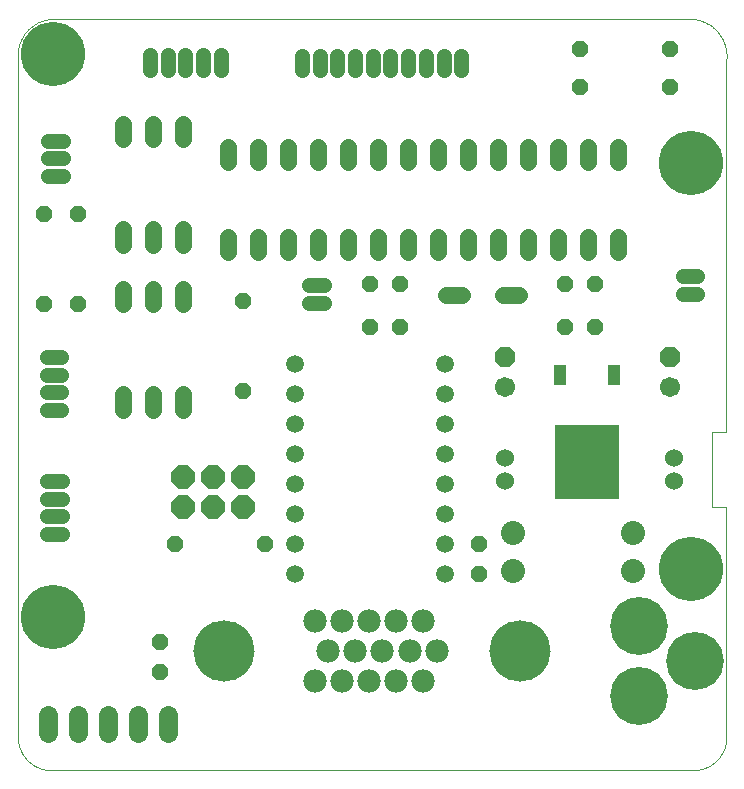
<source format=gts>
G75*
%MOIN*%
%OFA0B0*%
%FSLAX25Y25*%
%IPPOS*%
%LPD*%
%AMOC8*
5,1,8,0,0,1.08239X$1,22.5*
%
%ADD10C,0.00000*%
%ADD11C,0.07800*%
%ADD12C,0.20400*%
%ADD13C,0.08000*%
%ADD14OC8,0.05600*%
%ADD15C,0.19298*%
%ADD16C,0.05943*%
%ADD17OC8,0.06700*%
%ADD18C,0.06700*%
%ADD19C,0.05600*%
%ADD20C,0.05156*%
%ADD21C,0.21400*%
%ADD22OC8,0.07800*%
%ADD23C,0.06000*%
%ADD24R,0.21660X0.24809*%
%ADD25R,0.04337X0.06699*%
%ADD26C,0.06400*%
%ADD27R,0.18400X0.18400*%
D10*
X0032936Y0031270D02*
X0246885Y0031270D01*
X0247154Y0031273D01*
X0247423Y0031283D01*
X0247692Y0031299D01*
X0247960Y0031322D01*
X0248227Y0031351D01*
X0248494Y0031387D01*
X0248760Y0031429D01*
X0249025Y0031477D01*
X0249288Y0031532D01*
X0249550Y0031594D01*
X0249811Y0031661D01*
X0250069Y0031735D01*
X0250326Y0031815D01*
X0250581Y0031901D01*
X0250834Y0031994D01*
X0251084Y0032092D01*
X0251332Y0032197D01*
X0251578Y0032307D01*
X0251820Y0032423D01*
X0252060Y0032546D01*
X0252297Y0032673D01*
X0252531Y0032807D01*
X0252761Y0032946D01*
X0252988Y0033091D01*
X0253211Y0033241D01*
X0253431Y0033397D01*
X0253646Y0033558D01*
X0253858Y0033724D01*
X0254066Y0033895D01*
X0254270Y0034071D01*
X0254469Y0034251D01*
X0254664Y0034437D01*
X0254854Y0034627D01*
X0255040Y0034822D01*
X0255220Y0035021D01*
X0255396Y0035225D01*
X0255567Y0035433D01*
X0255733Y0035645D01*
X0255894Y0035860D01*
X0256050Y0036080D01*
X0256200Y0036303D01*
X0256345Y0036530D01*
X0256484Y0036760D01*
X0256618Y0036994D01*
X0256745Y0037231D01*
X0256868Y0037471D01*
X0256984Y0037713D01*
X0257094Y0037959D01*
X0257199Y0038207D01*
X0257297Y0038457D01*
X0257390Y0038710D01*
X0257476Y0038965D01*
X0257556Y0039222D01*
X0257630Y0039480D01*
X0257697Y0039741D01*
X0257759Y0040003D01*
X0257814Y0040266D01*
X0257862Y0040531D01*
X0257904Y0040797D01*
X0257940Y0041064D01*
X0257969Y0041331D01*
X0257992Y0041599D01*
X0258008Y0041868D01*
X0258018Y0042137D01*
X0258021Y0042406D01*
X0258020Y0042406D02*
X0258020Y0119115D01*
X0253099Y0119115D01*
X0253099Y0144080D01*
X0258020Y0144080D01*
X0258020Y0268166D01*
X0258045Y0268464D01*
X0258063Y0268762D01*
X0258074Y0269061D01*
X0258077Y0269360D01*
X0258073Y0269659D01*
X0258062Y0269958D01*
X0258044Y0270256D01*
X0258018Y0270554D01*
X0257985Y0270851D01*
X0257945Y0271148D01*
X0257898Y0271443D01*
X0257844Y0271737D01*
X0257783Y0272030D01*
X0257714Y0272321D01*
X0257639Y0272610D01*
X0257557Y0272898D01*
X0257467Y0273183D01*
X0257371Y0273466D01*
X0257268Y0273747D01*
X0257159Y0274025D01*
X0257042Y0274300D01*
X0256919Y0274573D01*
X0256790Y0274842D01*
X0256654Y0275109D01*
X0256511Y0275372D01*
X0256362Y0275631D01*
X0256208Y0275887D01*
X0256046Y0276139D01*
X0255879Y0276386D01*
X0255706Y0276630D01*
X0255527Y0276870D01*
X0255343Y0277105D01*
X0255152Y0277336D01*
X0254957Y0277562D01*
X0254755Y0277783D01*
X0254549Y0277999D01*
X0254337Y0278210D01*
X0254121Y0278416D01*
X0253899Y0278617D01*
X0253673Y0278812D01*
X0253442Y0279002D01*
X0253206Y0279186D01*
X0252966Y0279365D01*
X0252722Y0279537D01*
X0252474Y0279704D01*
X0252221Y0279864D01*
X0251965Y0280019D01*
X0251706Y0280167D01*
X0251442Y0280309D01*
X0251176Y0280444D01*
X0250906Y0280573D01*
X0250633Y0280696D01*
X0250358Y0280812D01*
X0250079Y0280921D01*
X0249798Y0281023D01*
X0249515Y0281118D01*
X0249229Y0281207D01*
X0248942Y0281289D01*
X0248652Y0281364D01*
X0248361Y0281431D01*
X0248068Y0281492D01*
X0247774Y0281546D01*
X0247479Y0281592D01*
X0247182Y0281631D01*
X0246885Y0281663D01*
X0246885Y0281664D02*
X0033374Y0281664D01*
X0033085Y0281651D01*
X0032797Y0281631D01*
X0032508Y0281604D01*
X0032221Y0281570D01*
X0031935Y0281529D01*
X0031649Y0281481D01*
X0031365Y0281426D01*
X0031082Y0281365D01*
X0030801Y0281297D01*
X0030522Y0281222D01*
X0030244Y0281140D01*
X0029969Y0281051D01*
X0029695Y0280956D01*
X0029425Y0280854D01*
X0029156Y0280746D01*
X0028890Y0280632D01*
X0028628Y0280511D01*
X0028368Y0280383D01*
X0028111Y0280250D01*
X0027858Y0280110D01*
X0027608Y0279964D01*
X0027362Y0279812D01*
X0027119Y0279654D01*
X0026880Y0279491D01*
X0026646Y0279321D01*
X0026415Y0279147D01*
X0026189Y0278966D01*
X0025967Y0278780D01*
X0025750Y0278589D01*
X0025537Y0278393D01*
X0025330Y0278191D01*
X0025127Y0277985D01*
X0024929Y0277774D01*
X0024736Y0277558D01*
X0024549Y0277337D01*
X0024367Y0277112D01*
X0024191Y0276883D01*
X0024020Y0276649D01*
X0023855Y0276412D01*
X0023695Y0276170D01*
X0023542Y0275925D01*
X0023394Y0275676D01*
X0023253Y0275424D01*
X0023117Y0275168D01*
X0022988Y0274909D01*
X0022866Y0274647D01*
X0022749Y0274382D01*
X0022639Y0274114D01*
X0022536Y0273844D01*
X0022439Y0273572D01*
X0022348Y0273297D01*
X0022265Y0273020D01*
X0022188Y0272741D01*
X0022117Y0272460D01*
X0022054Y0272178D01*
X0021997Y0271894D01*
X0021948Y0271609D01*
X0021905Y0271323D01*
X0021869Y0271036D01*
X0021840Y0270748D01*
X0021818Y0270459D01*
X0021803Y0270170D01*
X0021795Y0269881D01*
X0021794Y0269592D01*
X0021800Y0269302D01*
X0021800Y0042406D01*
X0021803Y0042137D01*
X0021813Y0041868D01*
X0021829Y0041599D01*
X0021852Y0041331D01*
X0021881Y0041064D01*
X0021917Y0040797D01*
X0021959Y0040531D01*
X0022007Y0040266D01*
X0022062Y0040003D01*
X0022124Y0039741D01*
X0022191Y0039480D01*
X0022265Y0039222D01*
X0022345Y0038965D01*
X0022431Y0038710D01*
X0022524Y0038457D01*
X0022622Y0038207D01*
X0022727Y0037959D01*
X0022837Y0037713D01*
X0022953Y0037471D01*
X0023076Y0037231D01*
X0023203Y0036994D01*
X0023337Y0036760D01*
X0023476Y0036530D01*
X0023621Y0036303D01*
X0023771Y0036080D01*
X0023927Y0035860D01*
X0024088Y0035645D01*
X0024254Y0035433D01*
X0024425Y0035225D01*
X0024601Y0035021D01*
X0024781Y0034822D01*
X0024967Y0034627D01*
X0025157Y0034437D01*
X0025352Y0034251D01*
X0025551Y0034071D01*
X0025755Y0033895D01*
X0025963Y0033724D01*
X0026175Y0033558D01*
X0026390Y0033397D01*
X0026610Y0033241D01*
X0026833Y0033091D01*
X0027060Y0032946D01*
X0027290Y0032807D01*
X0027524Y0032673D01*
X0027761Y0032546D01*
X0028001Y0032423D01*
X0028243Y0032307D01*
X0028489Y0032197D01*
X0028737Y0032092D01*
X0028987Y0031994D01*
X0029240Y0031901D01*
X0029495Y0031815D01*
X0029752Y0031735D01*
X0030010Y0031661D01*
X0030271Y0031594D01*
X0030533Y0031532D01*
X0030796Y0031477D01*
X0031061Y0031429D01*
X0031327Y0031387D01*
X0031594Y0031351D01*
X0031861Y0031322D01*
X0032129Y0031299D01*
X0032398Y0031283D01*
X0032667Y0031273D01*
X0032936Y0031270D01*
D11*
X0120855Y0060955D03*
X0125343Y0070955D03*
X0134359Y0070955D03*
X0143375Y0070955D03*
X0138887Y0060955D03*
X0147902Y0060955D03*
X0156918Y0060955D03*
X0161406Y0070955D03*
X0152391Y0070955D03*
X0147902Y0080955D03*
X0138887Y0080955D03*
X0129871Y0080955D03*
X0120855Y0080955D03*
X0129871Y0060955D03*
X0156918Y0080955D03*
D12*
X0189123Y0070955D03*
X0090698Y0070955D03*
D13*
X0186800Y0097776D03*
X0186800Y0110276D03*
X0226800Y0110276D03*
X0226800Y0097776D03*
D14*
X0175550Y0096526D03*
X0175550Y0106526D03*
X0149300Y0179026D03*
X0139300Y0179026D03*
X0139300Y0193401D03*
X0149300Y0193401D03*
X0096800Y0187776D03*
X0096800Y0157776D03*
X0104300Y0106526D03*
X0074300Y0106526D03*
X0069300Y0074026D03*
X0069300Y0064026D03*
X0041800Y0186526D03*
X0030550Y0186526D03*
X0030550Y0216526D03*
X0041800Y0216526D03*
X0204300Y0193401D03*
X0214300Y0193401D03*
X0214300Y0179026D03*
X0204300Y0179026D03*
X0209300Y0259026D03*
X0209300Y0271526D03*
X0239300Y0271526D03*
X0239300Y0259026D03*
D15*
X0228969Y0079339D03*
X0247473Y0067528D03*
X0228969Y0056111D03*
D16*
X0164300Y0096526D03*
X0164300Y0106526D03*
X0164300Y0116526D03*
X0164300Y0126526D03*
X0164300Y0136526D03*
X0164300Y0146526D03*
X0164300Y0156526D03*
X0164300Y0166526D03*
X0114300Y0166526D03*
X0114300Y0156526D03*
X0114300Y0146526D03*
X0114300Y0136526D03*
X0114300Y0126526D03*
X0114300Y0116526D03*
X0114300Y0106526D03*
X0114300Y0096526D03*
D17*
X0184300Y0169026D03*
X0239300Y0169026D03*
D18*
X0239300Y0159026D03*
X0184300Y0159026D03*
D19*
X0183700Y0189651D02*
X0188900Y0189651D01*
X0191800Y0203926D02*
X0191800Y0209126D01*
X0181800Y0209126D02*
X0181800Y0203926D01*
X0171800Y0203926D02*
X0171800Y0209126D01*
X0161800Y0209126D02*
X0161800Y0203926D01*
X0151800Y0203926D02*
X0151800Y0209126D01*
X0141800Y0209126D02*
X0141800Y0203926D01*
X0131800Y0203926D02*
X0131800Y0209126D01*
X0121800Y0209126D02*
X0121800Y0203926D01*
X0111800Y0203926D02*
X0111800Y0209126D01*
X0101800Y0209126D02*
X0101800Y0203926D01*
X0091800Y0203926D02*
X0091800Y0209126D01*
X0076800Y0211526D02*
X0076800Y0206326D01*
X0066800Y0206326D02*
X0066800Y0211526D01*
X0056800Y0211526D02*
X0056800Y0206326D01*
X0056800Y0191726D02*
X0056800Y0186526D01*
X0066800Y0186526D02*
X0066800Y0191726D01*
X0076800Y0191726D02*
X0076800Y0186526D01*
X0076800Y0156526D02*
X0076800Y0151326D01*
X0066800Y0151326D02*
X0066800Y0156526D01*
X0056800Y0156526D02*
X0056800Y0151326D01*
X0091800Y0233926D02*
X0091800Y0239126D01*
X0101800Y0239126D02*
X0101800Y0233926D01*
X0111800Y0233926D02*
X0111800Y0239126D01*
X0121800Y0239126D02*
X0121800Y0233926D01*
X0131800Y0233926D02*
X0131800Y0239126D01*
X0141800Y0239126D02*
X0141800Y0233926D01*
X0151800Y0233926D02*
X0151800Y0239126D01*
X0161800Y0239126D02*
X0161800Y0233926D01*
X0171800Y0233926D02*
X0171800Y0239126D01*
X0181800Y0239126D02*
X0181800Y0233926D01*
X0191800Y0233926D02*
X0191800Y0239126D01*
X0201800Y0239126D02*
X0201800Y0233926D01*
X0211800Y0233926D02*
X0211800Y0239126D01*
X0221800Y0239126D02*
X0221800Y0233926D01*
X0221800Y0209126D02*
X0221800Y0203926D01*
X0211800Y0203926D02*
X0211800Y0209126D01*
X0201800Y0209126D02*
X0201800Y0203926D01*
X0169900Y0189651D02*
X0164700Y0189651D01*
X0076800Y0241526D02*
X0076800Y0246726D01*
X0066800Y0246726D02*
X0066800Y0241526D01*
X0056800Y0241526D02*
X0056800Y0246726D01*
D20*
X0065894Y0264768D02*
X0065894Y0269524D01*
X0071800Y0269524D02*
X0071800Y0264768D01*
X0077706Y0264768D02*
X0077706Y0269524D01*
X0083611Y0269524D02*
X0083611Y0264768D01*
X0089517Y0264768D02*
X0089517Y0269524D01*
X0116489Y0269455D02*
X0116489Y0264699D01*
X0122394Y0264699D02*
X0122394Y0269455D01*
X0128300Y0269455D02*
X0128300Y0264699D01*
X0134206Y0264699D02*
X0134206Y0269455D01*
X0140111Y0269455D02*
X0140111Y0264699D01*
X0146017Y0264699D02*
X0146017Y0269455D01*
X0151922Y0269455D02*
X0151922Y0264699D01*
X0157828Y0264699D02*
X0157828Y0269455D01*
X0163733Y0269455D02*
X0163733Y0264699D01*
X0169639Y0264699D02*
X0169639Y0269455D01*
X0123725Y0192904D02*
X0118969Y0192904D01*
X0118969Y0186998D02*
X0123725Y0186998D01*
X0036383Y0169065D02*
X0031627Y0169065D01*
X0031627Y0163160D02*
X0036383Y0163160D01*
X0036383Y0157254D02*
X0031627Y0157254D01*
X0031627Y0151349D02*
X0036383Y0151349D01*
X0036426Y0127678D02*
X0031670Y0127678D01*
X0031670Y0121772D02*
X0036426Y0121772D01*
X0036426Y0115867D02*
X0031670Y0115867D01*
X0031670Y0109961D02*
X0036426Y0109961D01*
X0036776Y0229302D02*
X0032020Y0229302D01*
X0032020Y0235207D02*
X0036776Y0235207D01*
X0036776Y0241113D02*
X0032020Y0241113D01*
X0243517Y0195876D02*
X0248272Y0195876D01*
X0248272Y0189971D02*
X0243517Y0189971D01*
D21*
X0246209Y0233632D03*
X0246209Y0098199D03*
X0033611Y0082451D03*
X0033611Y0269853D03*
D22*
X0076800Y0129026D03*
X0076800Y0119026D03*
X0086800Y0119026D03*
X0086800Y0129026D03*
X0096800Y0129026D03*
X0096800Y0119026D03*
D23*
X0184300Y0127589D03*
X0184300Y0135463D03*
X0240550Y0135463D03*
X0240550Y0127589D03*
D24*
X0211564Y0134164D03*
D25*
X0220540Y0162904D03*
X0202587Y0162904D03*
D26*
X0071800Y0049526D02*
X0071800Y0043526D01*
X0061800Y0043526D02*
X0061800Y0049526D01*
X0051800Y0049526D02*
X0051800Y0043526D01*
X0041800Y0043526D02*
X0041800Y0049526D01*
X0031800Y0049526D02*
X0031800Y0043526D01*
D27*
X0211800Y0134026D03*
M02*

</source>
